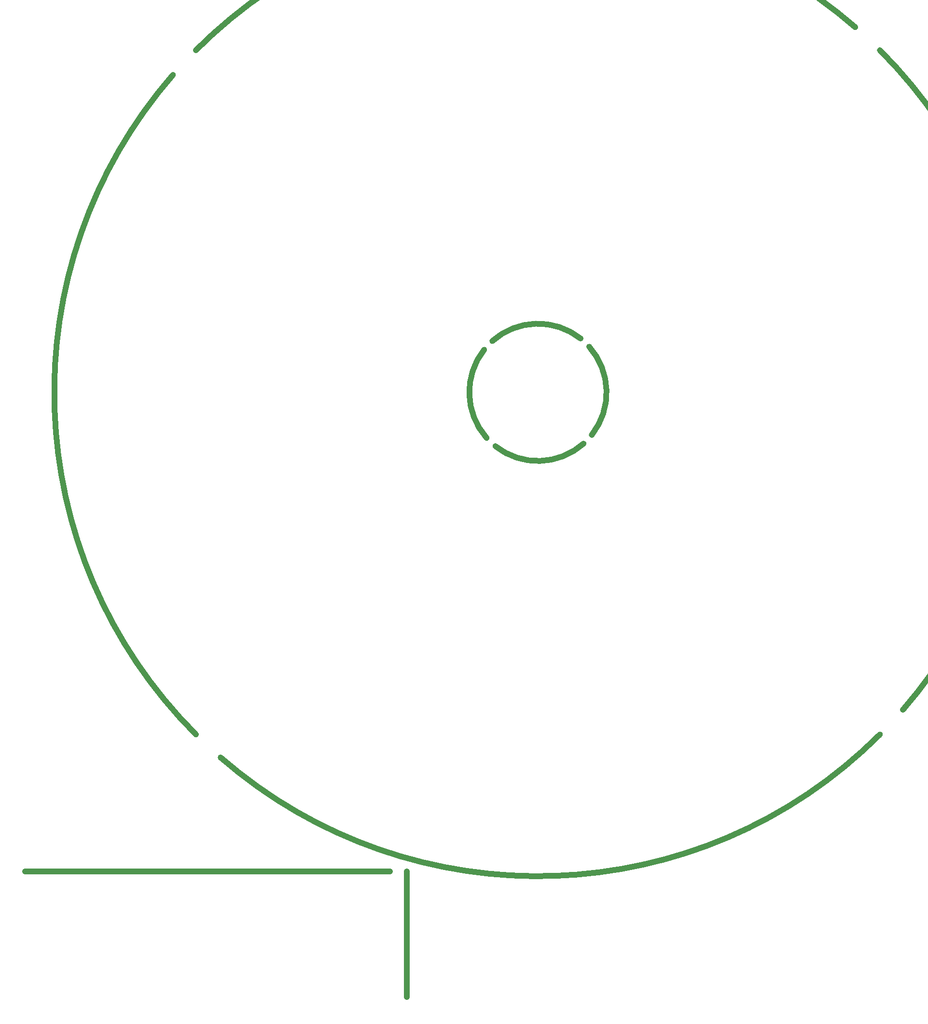
<source format=gbr>
G04 #@! TF.FileFunction,Drawing*
%FSLAX46Y46*%
G04 Gerber Fmt 4.6, Leading zero omitted, Abs format (unit mm)*
G04 Created by KiCad (PCBNEW 4.0.7) date 02/24/18 14:33:00*
%MOMM*%
%LPD*%
G01*
G04 APERTURE LIST*
%ADD10C,0.100000*%
%ADD11C,1.000000*%
G04 APERTURE END LIST*
D10*
D11*
X83558704Y-83525915D02*
G75*
G03X84000000Y-99000000I9441296J-7474085D01*
G01*
X100474085Y-81558704D02*
G75*
G03X85000000Y-82000000I-7474085J-9441296D01*
G01*
X102441296Y-98474085D02*
G75*
G03X102000000Y-83000000I-9441296J7474085D01*
G01*
X28960768Y-35331545D02*
G75*
G03X33000000Y-151000000I64039232J-55668455D01*
G01*
X148668455Y-26960768D02*
G75*
G03X33000000Y-31000000I-55668455J-64039232D01*
G01*
X157039232Y-146668455D02*
G75*
G03X153000000Y-31000000I-64039232J55668455D01*
G01*
X37331545Y-155039232D02*
G75*
G03X153000000Y-151000000I55668455J64039232D01*
G01*
X85525915Y-100441296D02*
G75*
G03X101000000Y-100000000I7474085J9441296D01*
G01*
X70000000Y-175000000D02*
X70000000Y-197000000D01*
X3000000Y-175000000D02*
X67000000Y-175000000D01*
M02*

</source>
